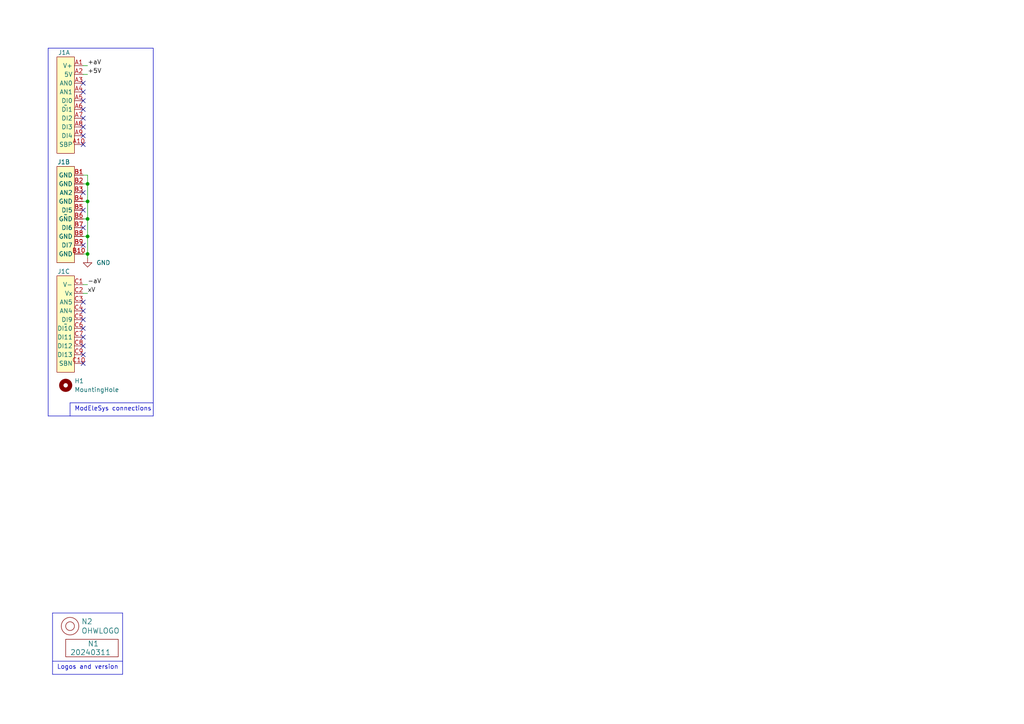
<source format=kicad_sch>
(kicad_sch (version 20230121) (generator eeschema)
  (paper "A4")
  (lib_symbols
    (symbol "Mechanical:MountingHole" (pin_names (offset 1.016))
      (property "Reference" "H" (at 0 5.08 0))
      (property "Value" "MountingHole" (at 0 3.175 0))
      (symbol "MountingHole_0_1"
        (circle (center 0 0) (radius 1.27) (stroke (width 1.27)))
      )
    )
    (symbol "SquantorConnectorsNamed:SquMes_30pin"
      (property "Reference" "J" (at 0 15.24 0))
      (symbol "SquMes_30pin_1_1"
        (rectangle (start -2.54 13.97) (end 2.54 -13.97) (fill (type background)))
        (pin passive line (at -5.08 11.43 0) (length 2.54) (name "V+") (number "A1"))
        (pin passive line (at -5.08 -11.43 0) (length 2.54) (name "SBP") (number "A10"))
        (pin passive line (at -5.08 8.89 0) (length 2.54) (name "5V") (number "A2"))
        (pin passive line (at -5.08 6.35 0) (length 2.54) (name "AN0") (number "A3"))
        (pin passive line (at -5.08 3.81 0) (length 2.54) (name "AN1") (number "A4"))
        (pin passive line (at -5.08 1.27 0) (length 2.54) (name "DI0") (number "A5"))
        (pin passive line (at -5.08 -1.27 0) (length 2.54) (name "DI1") (number "A6"))
        (pin passive line (at -5.08 -3.81 0) (length 2.54) (name "DI2") (number "A7"))
        (pin passive line (at -5.08 -6.35 0) (length 2.54) (name "DI3") (number "A8"))
        (pin passive line (at -5.08 -8.89 0) (length 2.54) (name "DI4") (number "A9"))
      )
      (symbol "SquMes_30pin_2_1"
        (rectangle (start -2.54 13.97) (end 2.54 -13.97) (fill (type background)))
        (pin passive line (at -5.08 11.43 0) (length 2.54) (name "GND") (number "B1"))
        (pin passive line (at -5.08 -11.43 0) (length 2.54) (name "GND") (number "B10"))
        (pin passive line (at -5.08 8.89 0) (length 2.54) (name "GND") (number "B2"))
        (pin passive line (at -5.08 6.35 0) (length 2.54) (name "AN2") (number "B3"))
        (pin passive line (at -5.08 3.81 0) (length 2.54) (name "GND") (number "B4"))
        (pin passive line (at -5.08 1.27 0) (length 2.54) (name "DI5") (number "B5"))
        (pin passive line (at -5.08 -1.27 0) (length 2.54) (name "GND") (number "B6"))
        (pin passive line (at -5.08 -3.81 0) (length 2.54) (name "DI6") (number "B7"))
        (pin passive line (at -5.08 -6.35 0) (length 2.54) (name "GND") (number "B8"))
        (pin passive line (at -5.08 -8.89 0) (length 2.54) (name "DI7") (number "B9"))
      )
      (symbol "SquMes_30pin_3_1"
        (rectangle (start -2.54 13.97) (end 2.54 -13.97) (fill (type background)))
        (pin passive line (at -5.08 11.43 0) (length 2.54) (name "V-") (number "C1"))
        (pin passive line (at -5.08 -11.43 0) (length 2.54) (name "SBN") (number "C10"))
        (pin passive line (at -5.08 8.89 0) (length 2.54) (name "Vx") (number "C2"))
        (pin passive line (at -5.08 6.35 0) (length 2.54) (name "AN5") (number "C3"))
        (pin passive line (at -5.08 3.81 0) (length 2.54) (name "AN4") (number "C4"))
        (pin passive line (at -5.08 1.27 0) (length 2.54) (name "DI9") (number "C5"))
        (pin passive line (at -5.08 -1.27 0) (length 2.54) (name "DI10") (number "C6"))
        (pin passive line (at -5.08 -3.81 0) (length 2.54) (name "DI11") (number "C7"))
        (pin passive line (at -5.08 -6.35 0) (length 2.54) (name "DI12") (number "C8"))
        (pin passive line (at -5.08 -8.89 0) (length 2.54) (name "DI13") (number "C9"))
      )
    )
    (symbol "SquantorLabels:OHWLOGO" (pin_names (offset 1.016))
      (property "Reference" "N" (at 0 3.81 0))
      (property "Value" "OHWLOGO" (at 0 -3.81 0))
      (symbol "OHWLOGO_0_1"
        (circle (center 0 0) (radius 1.27))
        (circle (center 0 0) (radius 2.54))
      )
    )
    (symbol "SquantorLabels:VYYYYMMDD" (pin_names (offset 1.016))
      (property "Reference" "N" (at 0 2.54 0))
      (property "Value" "VYYYYMMDD" (at 0 0 0))
      (symbol "VYYYYMMDD_0_1"
        (rectangle (start 7.62 -1.27) (end -7.62 3.81))
      )
    )
    (symbol "power:GND" (power) (pin_names (offset 0))
      (property "Value" "GND" (at 0 -3.81 0))
      (symbol "GND_0_1"
        (polyline (pts (xy 0 0) (xy 0 -1.27) (xy 1.27 -1.27) (xy 0 -2.54) (xy -1.27 -1.27) (xy 0 -1.27)))
      )
      (symbol "GND_1_1"
        (pin power_in line (at 0 0 270) (length 0) hide (name "GND") (number "1"))
      )
    )
  )
  (junction (at 25.4 53.34))
  (junction (at 25.4 58.42))
  (junction (at 25.4 68.58))
  (junction (at 25.4 73.66))
  (junction (at 25.4 63.5))
  (no_connect (at 24.13 60.96))
  (no_connect (at 24.13 34.29))
  (no_connect (at 24.13 36.83))
  (no_connect (at 24.13 29.21))
  (no_connect (at 24.13 41.91))
  (no_connect (at 24.13 31.75))
  (no_connect (at 24.13 24.13))
  (no_connect (at 24.13 55.88))
  (no_connect (at 24.13 66.04))
  (no_connect (at 24.13 100.33))
  (no_connect (at 24.13 97.79))
  (no_connect (at 24.13 95.25))
  (no_connect (at 24.13 26.67))
  (no_connect (at 24.13 90.17))
  (no_connect (at 24.13 71.12))
  (no_connect (at 24.13 105.41))
  (no_connect (at 24.13 39.37))
  (no_connect (at 24.13 92.71))
  (no_connect (at 24.13 87.63))
  (no_connect (at 24.13 102.87))
  (polyline (pts (xy 20.32 116.84) (xy 20.32 120.65)))
  (wire (pts (xy 24.13 21.59) (xy 25.4 21.59)))
  (polyline (pts (xy 15.24 177.8) (xy 15.24 195.58)))
  (wire (pts (xy 25.4 73.66) (xy 25.4 74.93)))
  (polyline (pts (xy 35.56 177.8) (xy 15.24 177.8)))
  (wire (pts (xy 24.13 73.66) (xy 25.4 73.66)))
  (wire (pts (xy 25.4 68.58) (xy 25.4 73.66)))
  (polyline (pts (xy 44.45 120.65) (xy 44.45 13.97)))
  (wire (pts (xy 24.13 19.05) (xy 25.4 19.05)))
  (wire (pts (xy 25.4 53.34) (xy 25.4 58.42)))
  (wire (pts (xy 25.4 63.5) (xy 25.4 68.58)))
  (polyline (pts (xy 13.97 120.65) (xy 44.45 120.65)))
  (wire (pts (xy 24.13 85.09) (xy 25.4 85.09)))
  (wire (pts (xy 24.13 58.42) (xy 25.4 58.42)))
  (wire (pts (xy 24.13 50.8) (xy 25.4 50.8)))
  (wire (pts (xy 25.4 58.42) (xy 25.4 63.5)))
  (polyline (pts (xy 44.45 116.84) (xy 20.32 116.84)))
  (wire (pts (xy 24.13 68.58) (xy 25.4 68.58)))
  (wire (pts (xy 25.4 50.8) (xy 25.4 53.34)))
  (polyline (pts (xy 35.56 195.58) (xy 35.56 177.8)))
  (polyline (pts (xy 15.24 195.58) (xy 35.56 195.58)))
  (polyline (pts (xy 13.97 13.97) (xy 13.97 120.65)))
  (wire (pts (xy 24.13 63.5) (xy 25.4 63.5)))
  (wire (pts (xy 24.13 53.34) (xy 25.4 53.34)))
  (wire (pts (xy 24.13 82.55) (xy 25.4 82.55)))
  (polyline (pts (xy 15.24 191.77) (xy 35.56 191.77)))
  (polyline (pts (xy 44.45 13.97) (xy 13.97 13.97)))
  (text "ModEleSys connections" (at 21.59 119.38 0) (effects (font (size 1.27 1.27)) (justify left bottom)))
  (text "Logos and version" (at 16.51 194.31 0) (effects (font (size 1.27 1.27)) (justify left bottom)))
  (label "+aV" (at 25.4 19.05 0))
  (label "+5V" (at 25.4 21.59 0))
  (label "xV" (at 25.4 85.09 0))
  (label "-aV" (at 25.4 82.55 0))
  (symbol (lib_id "SquantorLabels:VYYYYMMDD") (at 26.67 189.23 0) (unit 1)
    (property "Reference" "N1" (at 25.4 186.69 0) (effects (font (size 1.524 1.524)) (justify left)))
    (property "Value" "20240311" (at 20.32 189.23 0) (effects (font (size 1.524 1.524)) (justify left)))
    (property "Footprint" "SquantorLabels:Label_Generic" (effects hide))
  )
  (symbol (lib_id "SquantorLabels:OHWLOGO") (at 20.32 181.61 0) (unit 1)
    (property "Reference" "N2" (at 23.5712 180.2638 0) (effects (font (size 1.524 1.524)) (justify left)))
    (property "Value" "OHWLOGO" (at 23.5712 182.9562 0) (effects (font (size 1.524 1.524)) (justify left)))
    (property "Footprint" "Symbol:OSHW-Symbol_6.7x6mm_SilkScreen" (effects hide))
  )
  (symbol (lib_id "SquantorConnectorsNamed:SquMes_30pin") (at 19.05 93.98 0) (mirror y) (unit 3)
    (property "Reference" "J1" (at 20.32 78.74 0) (effects (justify left)))
    (property "Value" "~" (at 19.05 93.98 0))
    (property "Footprint" "SquantorConnectors:DIN41612_R3_3x10_Male_Vertical_THT" (effects hide))
  )
  (symbol (lib_id "SquantorConnectorsNamed:SquMes_30pin") (at 19.05 62.23 0) (mirror y) (unit 2)
    (property "Reference" "J1" (at 20.32 46.99 0) (effects (justify left)))
    (property "Value" "~" (at 19.05 62.23 0))
    (property "Footprint" "SquantorConnectors:DIN41612_R3_3x10_Male_Vertical_THT" (effects hide))
  )
  (symbol (lib_id "SquantorConnectorsNamed:SquMes_30pin") (at 19.05 30.48 0) (mirror y) (unit 1)
    (property "Reference" "J1" (at 20.32 15.24 0) (effects (justify left)))
    (property "Value" "~" (at 19.05 30.48 0))
    (property "Footprint" "SquantorConnectors:DIN41612_R3_3x10_Male_Vertical_THT" (effects hide))
  )
  (symbol (lib_id "power:GND") (at 25.4 74.93 0) (unit 1)
    (property "Reference" "#PWR0104" (effects hide))
    (property "Value" "GND" (at 27.94 76.2 0) (effects (justify left)))
  )
  (symbol (lib_id "Mechanical:MountingHole") (at 19.05 111.76 0) (unit 1)
    (property "Reference" "H1" (at 21.59 110.49 0) (effects (justify left)))
    (property "Value" "MountingHole" (at 21.59 113.03 0) (effects (justify left)))
    (property "Footprint" "SquantorPcbOutline:MountingHole_3.2mm_M3_Pad_Via" (effects hide))
  )
)
</source>
